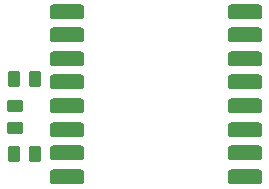
<source format=gbr>
%TF.GenerationSoftware,KiCad,Pcbnew,7.0.10*%
%TF.CreationDate,2024-01-17T19:33:20+01:00*%
%TF.ProjectId,RFM9xW_868,52464d39-7857-45f3-9836-382e6b696361,rev?*%
%TF.SameCoordinates,Original*%
%TF.FileFunction,Paste,Top*%
%TF.FilePolarity,Positive*%
%FSLAX46Y46*%
G04 Gerber Fmt 4.6, Leading zero omitted, Abs format (unit mm)*
G04 Created by KiCad (PCBNEW 7.0.10) date 2024-01-17 19:33:20*
%MOMM*%
%LPD*%
G01*
G04 APERTURE LIST*
G04 Aperture macros list*
%AMRoundRect*
0 Rectangle with rounded corners*
0 $1 Rounding radius*
0 $2 $3 $4 $5 $6 $7 $8 $9 X,Y pos of 4 corners*
0 Add a 4 corners polygon primitive as box body*
4,1,4,$2,$3,$4,$5,$6,$7,$8,$9,$2,$3,0*
0 Add four circle primitives for the rounded corners*
1,1,$1+$1,$2,$3*
1,1,$1+$1,$4,$5*
1,1,$1+$1,$6,$7*
1,1,$1+$1,$8,$9*
0 Add four rect primitives between the rounded corners*
20,1,$1+$1,$2,$3,$4,$5,0*
20,1,$1+$1,$4,$5,$6,$7,0*
20,1,$1+$1,$6,$7,$8,$9,0*
20,1,$1+$1,$8,$9,$2,$3,0*%
G04 Aperture macros list end*
%ADD10RoundRect,0.250000X-0.262500X-0.450000X0.262500X-0.450000X0.262500X0.450000X-0.262500X0.450000X0*%
%ADD11RoundRect,0.317500X1.157500X0.317500X-1.157500X0.317500X-1.157500X-0.317500X1.157500X-0.317500X0*%
%ADD12RoundRect,0.250000X-0.450000X0.262500X-0.450000X-0.262500X0.450000X-0.262500X0.450000X0.262500X0*%
G04 APERTURE END LIST*
D10*
%TO.C,M3*%
X121832500Y-54610000D03*
X123657500Y-54610000D03*
%TD*%
D11*
%TO.C,U1*%
X141415000Y-56530000D03*
X141415000Y-54530000D03*
X141415000Y-52530000D03*
X141415000Y-50530000D03*
X141415000Y-48530000D03*
X141415000Y-46530000D03*
X141415000Y-44530000D03*
X141415000Y-42530000D03*
X126365000Y-42530000D03*
X126365000Y-44530000D03*
X126365000Y-46530000D03*
X126365000Y-48530000D03*
X126365000Y-50530000D03*
X126365000Y-52530000D03*
X126365000Y-54530000D03*
X126365000Y-56530000D03*
%TD*%
D10*
%TO.C,M1*%
X121832500Y-48260000D03*
X123657500Y-48260000D03*
%TD*%
D12*
%TO.C,M2*%
X121920000Y-50522500D03*
X121920000Y-52347500D03*
%TD*%
M02*

</source>
